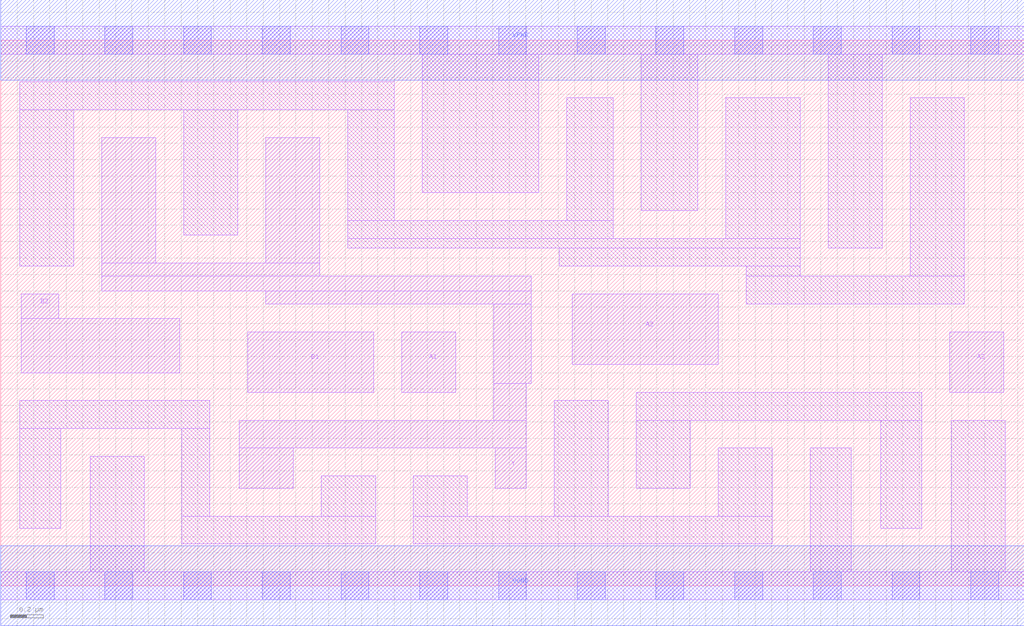
<source format=lef>
# Copyright 2020 The SkyWater PDK Authors
#
# Licensed under the Apache License, Version 2.0 (the "License");
# you may not use this file except in compliance with the License.
# You may obtain a copy of the License at
#
#     https://www.apache.org/licenses/LICENSE-2.0
#
# Unless required by applicable law or agreed to in writing, software
# distributed under the License is distributed on an "AS IS" BASIS,
# WITHOUT WARRANTIES OR CONDITIONS OF ANY KIND, either express or implied.
# See the License for the specific language governing permissions and
# limitations under the License.
#
# SPDX-License-Identifier: Apache-2.0

VERSION 5.5 ;
NAMESCASESENSITIVE ON ;
BUSBITCHARS "[]" ;
DIVIDERCHAR "/" ;
MACRO sky130_fd_sc_ls__a32oi_2
  CLASS CORE ;
  SOURCE USER ;
  ORIGIN  0.000000  0.000000 ;
  SIZE  6.240000 BY  3.330000 ;
  SYMMETRY X Y ;
  SITE unit ;
  PIN A1
    ANTENNAGATEAREA  0.558000 ;
    DIRECTION INPUT ;
    USE SIGNAL ;
    PORT
      LAYER li1 ;
        RECT 2.445000 1.180000 2.775000 1.550000 ;
    END
  END A1
  PIN A2
    ANTENNAGATEAREA  0.558000 ;
    DIRECTION INPUT ;
    USE SIGNAL ;
    PORT
      LAYER li1 ;
        RECT 3.485000 1.350000 4.375000 1.780000 ;
    END
  END A2
  PIN A3
    ANTENNAGATEAREA  0.558000 ;
    DIRECTION INPUT ;
    USE SIGNAL ;
    PORT
      LAYER li1 ;
        RECT 5.785000 1.180000 6.115000 1.550000 ;
    END
  END A3
  PIN B1
    ANTENNAGATEAREA  0.558000 ;
    DIRECTION INPUT ;
    USE SIGNAL ;
    PORT
      LAYER li1 ;
        RECT 1.505000 1.180000 2.275000 1.550000 ;
    END
  END B1
  PIN B2
    ANTENNAGATEAREA  0.558000 ;
    DIRECTION INPUT ;
    USE SIGNAL ;
    PORT
      LAYER li1 ;
        RECT 0.125000 1.300000 1.090000 1.630000 ;
        RECT 0.125000 1.630000 0.355000 1.780000 ;
    END
  END B2
  PIN Y
    ANTENNADIFFAREA  1.192800 ;
    DIRECTION OUTPUT ;
    USE SIGNAL ;
    PORT
      LAYER li1 ;
        RECT 0.615000 1.800000 3.235000 1.890000 ;
        RECT 0.615000 1.890000 1.945000 1.970000 ;
        RECT 0.615000 1.970000 0.945000 2.735000 ;
        RECT 1.455000 0.595000 1.785000 0.840000 ;
        RECT 1.455000 0.840000 3.205000 1.010000 ;
        RECT 1.615000 1.720000 3.235000 1.800000 ;
        RECT 1.615000 1.970000 1.945000 2.735000 ;
        RECT 3.005000 1.010000 3.205000 1.235000 ;
        RECT 3.005000 1.235000 3.235000 1.720000 ;
        RECT 3.015000 0.595000 3.205000 0.840000 ;
    END
  END Y
  PIN VGND
    DIRECTION INOUT ;
    SHAPE ABUTMENT ;
    USE GROUND ;
    PORT
      LAYER met1 ;
        RECT 0.000000 -0.245000 6.240000 0.245000 ;
    END
  END VGND
  PIN VNB
    DIRECTION INOUT ;
    USE GROUND ;
    PORT
    END
  END VNB
  PIN VPB
    DIRECTION INOUT ;
    USE POWER ;
    PORT
    END
  END VPB
  PIN VPWR
    DIRECTION INOUT ;
    SHAPE ABUTMENT ;
    USE POWER ;
    PORT
      LAYER met1 ;
        RECT 0.000000 3.085000 6.240000 3.575000 ;
    END
  END VPWR
  OBS
    LAYER li1 ;
      RECT 0.000000 -0.085000 6.240000 0.085000 ;
      RECT 0.000000  3.245000 6.240000 3.415000 ;
      RECT 0.115000  0.350000 0.365000 0.960000 ;
      RECT 0.115000  0.960000 1.275000 1.130000 ;
      RECT 0.115000  1.950000 0.445000 2.905000 ;
      RECT 0.115000  2.905000 2.400000 3.075000 ;
      RECT 0.545000  0.085000 0.875000 0.790000 ;
      RECT 1.105000  0.255000 2.285000 0.425000 ;
      RECT 1.105000  0.425000 1.275000 0.960000 ;
      RECT 1.115000  2.140000 1.445000 2.905000 ;
      RECT 1.955000  0.425000 2.285000 0.670000 ;
      RECT 2.115000  2.060000 4.875000 2.120000 ;
      RECT 2.115000  2.120000 3.735000 2.230000 ;
      RECT 2.115000  2.230000 2.400000 2.905000 ;
      RECT 2.515000  0.255000 4.705000 0.425000 ;
      RECT 2.515000  0.425000 2.845000 0.670000 ;
      RECT 2.570000  2.400000 3.280000 3.245000 ;
      RECT 3.375000  0.425000 3.705000 1.130000 ;
      RECT 3.405000  1.950000 4.875000 2.060000 ;
      RECT 3.450000  2.230000 3.735000 2.980000 ;
      RECT 3.875000  0.595000 4.205000 1.010000 ;
      RECT 3.875000  1.010000 5.615000 1.180000 ;
      RECT 3.905000  2.290000 4.250000 3.245000 ;
      RECT 4.375000  0.425000 4.705000 0.840000 ;
      RECT 4.420000  2.120000 4.875000 2.980000 ;
      RECT 4.545000  1.720000 5.875000 1.890000 ;
      RECT 4.545000  1.890000 4.875000 1.950000 ;
      RECT 4.935000  0.085000 5.185000 0.840000 ;
      RECT 5.045000  2.060000 5.375000 3.245000 ;
      RECT 5.365000  0.350000 5.615000 1.010000 ;
      RECT 5.545000  1.890000 5.875000 2.980000 ;
      RECT 5.795000  0.085000 6.125000 1.010000 ;
    LAYER mcon ;
      RECT 0.155000 -0.085000 0.325000 0.085000 ;
      RECT 0.155000  3.245000 0.325000 3.415000 ;
      RECT 0.635000 -0.085000 0.805000 0.085000 ;
      RECT 0.635000  3.245000 0.805000 3.415000 ;
      RECT 1.115000 -0.085000 1.285000 0.085000 ;
      RECT 1.115000  3.245000 1.285000 3.415000 ;
      RECT 1.595000 -0.085000 1.765000 0.085000 ;
      RECT 1.595000  3.245000 1.765000 3.415000 ;
      RECT 2.075000 -0.085000 2.245000 0.085000 ;
      RECT 2.075000  3.245000 2.245000 3.415000 ;
      RECT 2.555000 -0.085000 2.725000 0.085000 ;
      RECT 2.555000  3.245000 2.725000 3.415000 ;
      RECT 3.035000 -0.085000 3.205000 0.085000 ;
      RECT 3.035000  3.245000 3.205000 3.415000 ;
      RECT 3.515000 -0.085000 3.685000 0.085000 ;
      RECT 3.515000  3.245000 3.685000 3.415000 ;
      RECT 3.995000 -0.085000 4.165000 0.085000 ;
      RECT 3.995000  3.245000 4.165000 3.415000 ;
      RECT 4.475000 -0.085000 4.645000 0.085000 ;
      RECT 4.475000  3.245000 4.645000 3.415000 ;
      RECT 4.955000 -0.085000 5.125000 0.085000 ;
      RECT 4.955000  3.245000 5.125000 3.415000 ;
      RECT 5.435000 -0.085000 5.605000 0.085000 ;
      RECT 5.435000  3.245000 5.605000 3.415000 ;
      RECT 5.915000 -0.085000 6.085000 0.085000 ;
      RECT 5.915000  3.245000 6.085000 3.415000 ;
  END
END sky130_fd_sc_ls__a32oi_2
END LIBRARY

</source>
